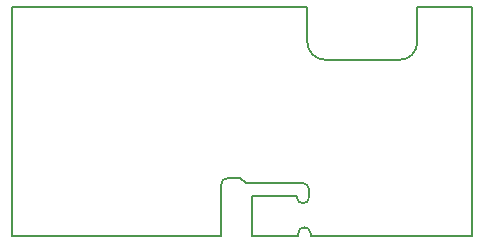
<source format=gm1>
G04*
G04 #@! TF.GenerationSoftware,Altium Limited,Altium Designer,19.1.5 (86)*
G04*
G04 Layer_Color=16711935*
%FSLAX25Y25*%
%MOIN*%
G70*
G01*
G75*
%ADD10C,0.00600*%
D10*
X111678Y74410D02*
G03*
X117520Y68568I5843J1D01*
G01*
X142480Y68568D02*
G03*
X148322Y74410I-1J5843D01*
G01*
X112739Y10677D02*
G03*
X108615Y10677I-2062J0D01*
G01*
X108115Y22776D02*
G03*
X112239Y22776I2062J0D01*
G01*
X112239Y25362D02*
G03*
X110177Y27424I-2066J-4D01*
G01*
X85571Y29271D02*
G03*
X82721Y26422I-4J-2845D01*
G01*
X13361Y9700D02*
Y86284D01*
X111678D01*
Y74410D02*
Y86284D01*
X117520Y68568D02*
X142480D01*
X148322Y74410D02*
Y86284D01*
X166639D01*
Y9700D02*
Y86284D01*
X112739Y9700D02*
X166639D01*
X112739D02*
Y10677D01*
X108615Y9700D02*
Y10677D01*
X93361Y9700D02*
X108615D01*
X93361D02*
Y23300D01*
X108115D01*
Y22776D02*
Y23300D01*
X112239Y22776D02*
Y25362D01*
X91151Y27424D02*
X110177D01*
X89305Y29271D02*
X91151Y27424D01*
X85571Y29271D02*
X89305D01*
X82721Y9700D02*
Y26422D01*
X13361Y9700D02*
X82721D01*
M02*

</source>
